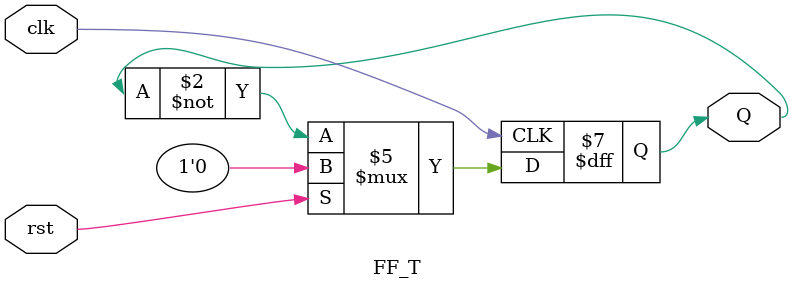
<source format=v>
`timescale 1ns / 1ps
module FF_T(clk, rst, Q);

	input wire clk;
	input wire rst;
	output reg Q = 0;
	
	always @(posedge clk) begin
      if (rst) begin
         Q <= 1'b0;
      end else begin
         Q <= ~Q;
      end
	end


endmodule

</source>
